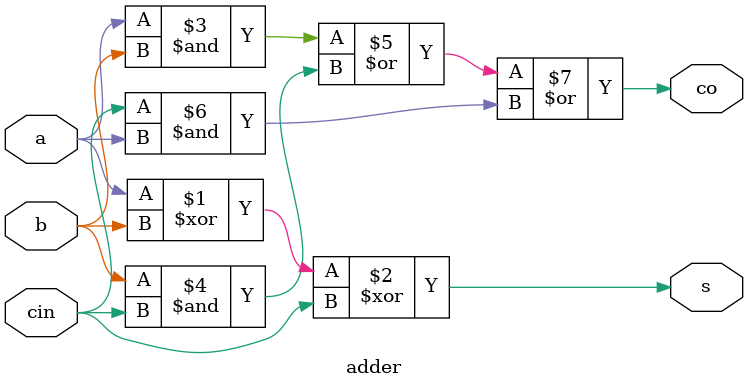
<source format=sv>


module adder_1a(output logic [3:0]sum,output logic  cout,input logic [3:0]a,b,input logic  cin);

wire logic  c0,c1,c2;

adder u1(sum[0],c0,a[0],b[0],cin);
adder u2(sum[1],c1,a[1],b[1],c0);
adder u3(sum[2],c2,a[2] ,b[2],c1);
adder u4(sum[3],cout,a[3],b[3],c2);
endmodule



module adder(output logic  s ,co , input logic  a,b ,cin);
assign s = (a^b^cin);
assign co = ((a&b)|(b&cin)|(cin&a));
endmodule

</source>
